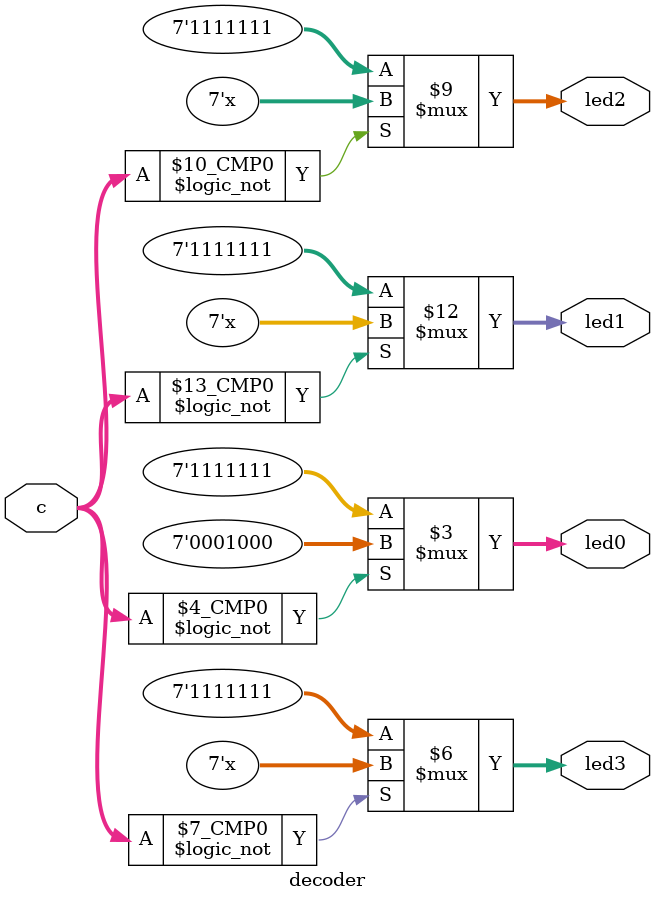
<source format=v>
module fpga(SW, HEX0, HEX1, HEX2, HEX3);
	input [2:0] SW;
	output [0:6] HEX0, HEX1, HEX2, HEX3;
	decoder led (SW[2:0], HEX0, HEX1, HEX2, HEX3);
endmodule

module decoder(c, led0, led1, led2, led3);
	input [2:0] c;
	output reg [0:6] led0, led1, led2, led3;
	always @(c)
		begin
			case(c)
				3'b000: led0 = 7'b0001000;
				3'b000: led1 = 7'b0100001;
				3'b000: led2 = 7'b0011000;
				3'b000: led3 = 7'b0111000;
				default: begin
								led0 = 7'b1111111;
								led1 = 7'b1111111;
								led2 = 7'b1111111;
								led3 = 7'b1111111;
							end
			endcase
		end
endmodule
			
</source>
